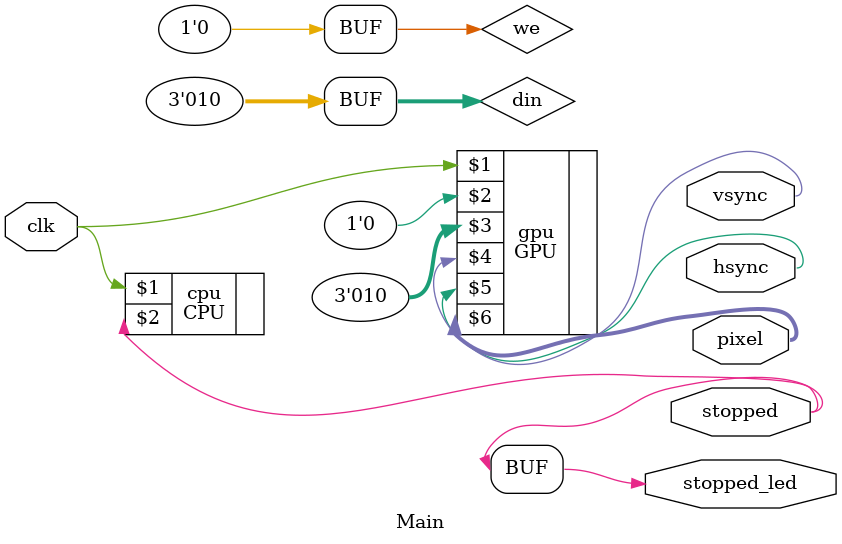
<source format=v>
`timescale 1ns / 1ps

module Main(
    input clk,
	 output stopped,
	 output stopped_led,
	 output vsync,
	 output hsync,
	 output [2:0] pixel
    );
	 
	assign stopped_led = stopped;
	
	reg we = 0;
	reg [2:0] din = 3'b010;
	
	CPU cpu(clk, stopped);
	GPU gpu(clk, we, din, vsync, hsync, pixel);
	
endmodule

</source>
